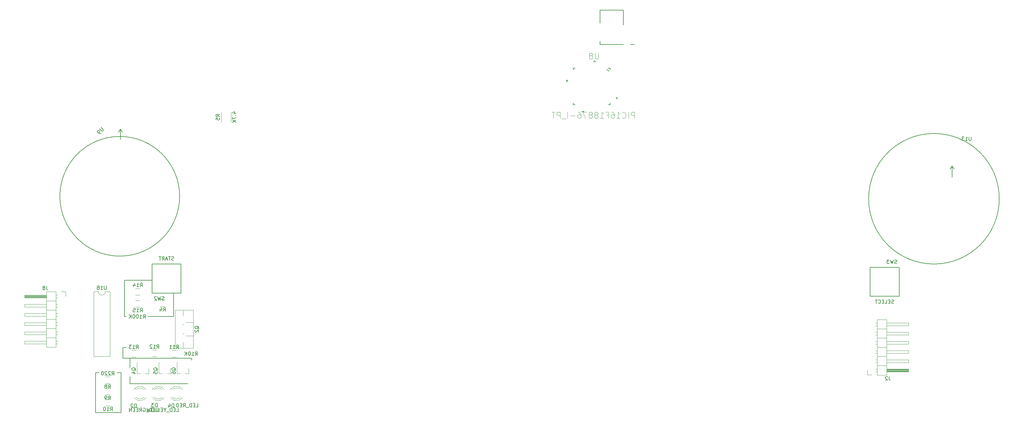
<source format=gbo>
G04 #@! TF.GenerationSoftware,KiCad,Pcbnew,(5.1.5-0-10_14)*
G04 #@! TF.CreationDate,2020-07-09T12:53:03+12:00*
G04 #@! TF.ProjectId,PS2BaseMount,50533242-6173-4654-9d6f-756e742e6b69,rev?*
G04 #@! TF.SameCoordinates,Original*
G04 #@! TF.FileFunction,Legend,Bot*
G04 #@! TF.FilePolarity,Positive*
%FSLAX46Y46*%
G04 Gerber Fmt 4.6, Leading zero omitted, Abs format (unit mm)*
G04 Created by KiCad (PCBNEW (5.1.5-0-10_14)) date 2020-07-09 12:53:03*
%MOMM*%
%LPD*%
G04 APERTURE LIST*
%ADD10C,0.150000*%
%ADD11C,0.152400*%
%ADD12C,0.120000*%
%ADD13C,0.050000*%
G04 APERTURE END LIST*
D10*
X176500000Y-41000000D02*
X176500000Y-45000000D01*
X170000000Y-41000000D02*
X176500000Y-41000000D01*
X170000000Y-44500000D02*
X170000000Y-41000000D01*
X170000000Y-50500000D02*
X170000000Y-49500000D01*
X176500000Y-50500000D02*
X170000000Y-50500000D01*
X179500000Y-50500000D02*
X178500000Y-50500000D01*
X39000000Y-115500000D02*
X46500000Y-115500000D01*
X39000000Y-125500000D02*
X39000000Y-115500000D01*
X39500000Y-125500000D02*
X39000000Y-125500000D01*
X52500000Y-125500000D02*
X52500000Y-119000000D01*
X45500000Y-125500000D02*
X52500000Y-125500000D01*
X57500000Y-137000000D02*
X57500000Y-137500000D01*
X40500000Y-144000000D02*
X56500000Y-144000000D01*
X40500000Y-142000000D02*
X40500000Y-144000000D01*
X40500000Y-137000000D02*
X40500000Y-139500000D01*
X38500000Y-134000000D02*
X39500000Y-134000000D01*
X38500000Y-137000000D02*
X38500000Y-134000000D01*
X57500000Y-137000000D02*
X38500000Y-137000000D01*
X31000000Y-141000000D02*
X32000000Y-141000000D01*
X31000000Y-152000000D02*
X31000000Y-141000000D01*
X38000000Y-152000000D02*
X31000000Y-152000000D01*
X38000000Y-141000000D02*
X38000000Y-152000000D01*
X37000000Y-141000000D02*
X38000000Y-141000000D01*
D11*
X168359600Y-55015000D02*
X168359600Y-55269000D01*
X168740600Y-55015000D02*
X168359600Y-55015000D01*
X168740600Y-55269000D02*
X168740600Y-55015000D01*
X161019000Y-60603000D02*
X161019000Y-60222000D01*
X160765000Y-60603000D02*
X161019000Y-60603000D01*
X160765000Y-60222000D02*
X160765000Y-60603000D01*
X165159200Y-68985000D02*
X165159200Y-68731000D01*
X165540200Y-68985000D02*
X165159200Y-68985000D01*
X165540200Y-68731000D02*
X165540200Y-68985000D01*
X174481000Y-65378200D02*
X174481000Y-64997200D01*
X174735000Y-65378200D02*
X174481000Y-65378200D01*
X174735000Y-64997200D02*
X174735000Y-65378200D01*
X172804600Y-66572000D02*
X172804600Y-67054600D01*
X172804600Y-56945400D02*
X172804600Y-57428000D01*
X162695400Y-56945400D02*
X163178000Y-56945400D01*
X162695400Y-67054600D02*
X162695400Y-66572000D01*
X172804600Y-67054600D02*
X172322000Y-67054600D01*
X172449000Y-57859800D02*
X171890200Y-57301000D01*
X163178000Y-67054600D02*
X162695400Y-67054600D01*
X162695400Y-57428000D02*
X162695400Y-56945400D01*
X172322000Y-56945400D02*
X172804600Y-56945400D01*
D10*
X280054000Y-93000000D02*
G75*
G03X280054000Y-93000000I-18000000J0D01*
G01*
X267054000Y-84000000D02*
X266554000Y-84750000D01*
X267054000Y-84000000D02*
X267554000Y-84750000D01*
X267054000Y-87000000D02*
X267054000Y-84000000D01*
X37853554Y-73757359D02*
X37323224Y-74641242D01*
X37853554Y-73757359D02*
X38383884Y-74641242D01*
X37853554Y-76585786D02*
X37853554Y-73757359D01*
X54176777Y-92318912D02*
G75*
G03X54176777Y-92318912I-16500000J0D01*
G01*
D12*
X246394000Y-141640000D02*
X246394000Y-126280000D01*
X246394000Y-126280000D02*
X249054000Y-126280000D01*
X249054000Y-126280000D02*
X249054000Y-141640000D01*
X249054000Y-141640000D02*
X246394000Y-141640000D01*
X249054000Y-140690000D02*
X255054000Y-140690000D01*
X255054000Y-140690000D02*
X255054000Y-139930000D01*
X255054000Y-139930000D02*
X249054000Y-139930000D01*
X249054000Y-140630000D02*
X255054000Y-140630000D01*
X249054000Y-140510000D02*
X255054000Y-140510000D01*
X249054000Y-140390000D02*
X255054000Y-140390000D01*
X249054000Y-140270000D02*
X255054000Y-140270000D01*
X249054000Y-140150000D02*
X255054000Y-140150000D01*
X249054000Y-140030000D02*
X255054000Y-140030000D01*
X246064000Y-140690000D02*
X246394000Y-140690000D01*
X246064000Y-139930000D02*
X246394000Y-139930000D01*
X246394000Y-139040000D02*
X249054000Y-139040000D01*
X249054000Y-138150000D02*
X255054000Y-138150000D01*
X255054000Y-138150000D02*
X255054000Y-137390000D01*
X255054000Y-137390000D02*
X249054000Y-137390000D01*
X245996929Y-138150000D02*
X246394000Y-138150000D01*
X245996929Y-137390000D02*
X246394000Y-137390000D01*
X246394000Y-136500000D02*
X249054000Y-136500000D01*
X249054000Y-135610000D02*
X255054000Y-135610000D01*
X255054000Y-135610000D02*
X255054000Y-134850000D01*
X255054000Y-134850000D02*
X249054000Y-134850000D01*
X245996929Y-135610000D02*
X246394000Y-135610000D01*
X245996929Y-134850000D02*
X246394000Y-134850000D01*
X246394000Y-133960000D02*
X249054000Y-133960000D01*
X249054000Y-133070000D02*
X255054000Y-133070000D01*
X255054000Y-133070000D02*
X255054000Y-132310000D01*
X255054000Y-132310000D02*
X249054000Y-132310000D01*
X245996929Y-133070000D02*
X246394000Y-133070000D01*
X245996929Y-132310000D02*
X246394000Y-132310000D01*
X246394000Y-131420000D02*
X249054000Y-131420000D01*
X249054000Y-130530000D02*
X255054000Y-130530000D01*
X255054000Y-130530000D02*
X255054000Y-129770000D01*
X255054000Y-129770000D02*
X249054000Y-129770000D01*
X245996929Y-130530000D02*
X246394000Y-130530000D01*
X245996929Y-129770000D02*
X246394000Y-129770000D01*
X246394000Y-128880000D02*
X249054000Y-128880000D01*
X249054000Y-127990000D02*
X255054000Y-127990000D01*
X255054000Y-127990000D02*
X255054000Y-127230000D01*
X255054000Y-127230000D02*
X249054000Y-127230000D01*
X245996929Y-127990000D02*
X246394000Y-127990000D01*
X245996929Y-127230000D02*
X246394000Y-127230000D01*
X243684000Y-140310000D02*
X243684000Y-141580000D01*
X243684000Y-141580000D02*
X244954000Y-141580000D01*
X57918000Y-134210000D02*
X57918000Y-123710000D01*
X52977000Y-134210000D02*
X52977000Y-123710000D01*
X57918000Y-134210000D02*
X52977000Y-134210000D01*
X57918000Y-123710000D02*
X52977000Y-123710000D01*
X55158000Y-134210000D02*
X55158000Y-132603000D01*
X55158000Y-130397000D02*
X55158000Y-130062000D01*
X55158000Y-127857000D02*
X55158000Y-127522000D01*
X55158000Y-125317000D02*
X55158000Y-123710000D01*
X57918000Y-130810000D02*
X55900000Y-130810000D01*
X57918000Y-127109000D02*
X55900000Y-127109000D01*
X48897936Y-122660000D02*
X50102064Y-122660000D01*
X48897936Y-120840000D02*
X50102064Y-120840000D01*
X65640000Y-69097936D02*
X65640000Y-71902064D01*
X68360000Y-69097936D02*
X68360000Y-71902064D01*
X20114000Y-118580000D02*
X20114000Y-133940000D01*
X20114000Y-133940000D02*
X17454000Y-133940000D01*
X17454000Y-133940000D02*
X17454000Y-118580000D01*
X17454000Y-118580000D02*
X20114000Y-118580000D01*
X17454000Y-119530000D02*
X11454000Y-119530000D01*
X11454000Y-119530000D02*
X11454000Y-120290000D01*
X11454000Y-120290000D02*
X17454000Y-120290000D01*
X17454000Y-119590000D02*
X11454000Y-119590000D01*
X17454000Y-119710000D02*
X11454000Y-119710000D01*
X17454000Y-119830000D02*
X11454000Y-119830000D01*
X17454000Y-119950000D02*
X11454000Y-119950000D01*
X17454000Y-120070000D02*
X11454000Y-120070000D01*
X17454000Y-120190000D02*
X11454000Y-120190000D01*
X20444000Y-119530000D02*
X20114000Y-119530000D01*
X20444000Y-120290000D02*
X20114000Y-120290000D01*
X20114000Y-121180000D02*
X17454000Y-121180000D01*
X17454000Y-122070000D02*
X11454000Y-122070000D01*
X11454000Y-122070000D02*
X11454000Y-122830000D01*
X11454000Y-122830000D02*
X17454000Y-122830000D01*
X20511071Y-122070000D02*
X20114000Y-122070000D01*
X20511071Y-122830000D02*
X20114000Y-122830000D01*
X20114000Y-123720000D02*
X17454000Y-123720000D01*
X17454000Y-124610000D02*
X11454000Y-124610000D01*
X11454000Y-124610000D02*
X11454000Y-125370000D01*
X11454000Y-125370000D02*
X17454000Y-125370000D01*
X20511071Y-124610000D02*
X20114000Y-124610000D01*
X20511071Y-125370000D02*
X20114000Y-125370000D01*
X20114000Y-126260000D02*
X17454000Y-126260000D01*
X17454000Y-127150000D02*
X11454000Y-127150000D01*
X11454000Y-127150000D02*
X11454000Y-127910000D01*
X11454000Y-127910000D02*
X17454000Y-127910000D01*
X20511071Y-127150000D02*
X20114000Y-127150000D01*
X20511071Y-127910000D02*
X20114000Y-127910000D01*
X20114000Y-128800000D02*
X17454000Y-128800000D01*
X17454000Y-129690000D02*
X11454000Y-129690000D01*
X11454000Y-129690000D02*
X11454000Y-130450000D01*
X11454000Y-130450000D02*
X17454000Y-130450000D01*
X20511071Y-129690000D02*
X20114000Y-129690000D01*
X20511071Y-130450000D02*
X20114000Y-130450000D01*
X20114000Y-131340000D02*
X17454000Y-131340000D01*
X17454000Y-132230000D02*
X11454000Y-132230000D01*
X11454000Y-132230000D02*
X11454000Y-132990000D01*
X11454000Y-132990000D02*
X17454000Y-132990000D01*
X20511071Y-132230000D02*
X20114000Y-132230000D01*
X20511071Y-132990000D02*
X20114000Y-132990000D01*
X22824000Y-119910000D02*
X22824000Y-118640000D01*
X22824000Y-118640000D02*
X21554000Y-118640000D01*
X31744000Y-118580000D02*
G75*
G03X33744000Y-118580000I1000000J0D01*
G01*
X33744000Y-118580000D02*
X34994000Y-118580000D01*
X34994000Y-118580000D02*
X34994000Y-136480000D01*
X34994000Y-136480000D02*
X30494000Y-136480000D01*
X30494000Y-136480000D02*
X30494000Y-118580000D01*
X30494000Y-118580000D02*
X31744000Y-118580000D01*
X41611665Y-145631392D02*
G75*
G02X44844000Y-145474484I1672335J-1078608D01*
G01*
X41611665Y-147788608D02*
G75*
G03X44844000Y-147945516I1672335J1078608D01*
G01*
X42242870Y-145630163D02*
G75*
G02X44324961Y-145630000I1041130J-1079837D01*
G01*
X42242870Y-147789837D02*
G75*
G03X44324961Y-147790000I1041130J1079837D01*
G01*
X44844000Y-145474000D02*
X44844000Y-145630000D01*
X44844000Y-147790000D02*
X44844000Y-147946000D01*
X49844000Y-147790000D02*
X49844000Y-147946000D01*
X49844000Y-145474000D02*
X49844000Y-145630000D01*
X47242870Y-147789837D02*
G75*
G03X49324961Y-147790000I1041130J1079837D01*
G01*
X47242870Y-145630163D02*
G75*
G02X49324961Y-145630000I1041130J-1079837D01*
G01*
X46611665Y-147788608D02*
G75*
G03X49844000Y-147945516I1672335J1078608D01*
G01*
X46611665Y-145631392D02*
G75*
G02X49844000Y-145474484I1672335J-1078608D01*
G01*
X51611665Y-145631392D02*
G75*
G02X54844000Y-145474484I1672335J-1078608D01*
G01*
X51611665Y-147788608D02*
G75*
G03X54844000Y-147945516I1672335J1078608D01*
G01*
X52242870Y-145630163D02*
G75*
G02X54324961Y-145630000I1041130J-1079837D01*
G01*
X52242870Y-147789837D02*
G75*
G03X54324961Y-147790000I1041130J1079837D01*
G01*
X54844000Y-145474000D02*
X54844000Y-145630000D01*
X54844000Y-147790000D02*
X54844000Y-147946000D01*
X33751936Y-143920000D02*
X34956064Y-143920000D01*
X33751936Y-142100000D02*
X34956064Y-142100000D01*
X33751936Y-147020000D02*
X34956064Y-147020000D01*
X33751936Y-145200000D02*
X34956064Y-145200000D01*
X33839436Y-150120000D02*
X35043564Y-150120000D01*
X33839436Y-148300000D02*
X35043564Y-148300000D01*
X53256064Y-136620000D02*
X52051936Y-136620000D01*
X53256064Y-134800000D02*
X52051936Y-134800000D01*
X47856064Y-136520000D02*
X46651936Y-136520000D01*
X47856064Y-134700000D02*
X46651936Y-134700000D01*
X42156064Y-136620000D02*
X40951936Y-136620000D01*
X42156064Y-134800000D02*
X40951936Y-134800000D01*
X43231063Y-119565001D02*
X42026935Y-119565001D01*
X43231063Y-117745001D02*
X42026935Y-117745001D01*
X42026935Y-122855001D02*
X43231063Y-122855001D01*
X42026935Y-121035001D02*
X43231063Y-121035001D01*
D10*
X54554000Y-119000000D02*
X54554000Y-111000000D01*
X46554000Y-119000000D02*
X54554000Y-119000000D01*
X46554000Y-111000000D02*
X46554000Y-119000000D01*
X54554000Y-111000000D02*
X46554000Y-111000000D01*
X244454000Y-119910000D02*
X252454000Y-119910000D01*
X252454000Y-119910000D02*
X252454000Y-111910000D01*
X252454000Y-111910000D02*
X244454000Y-111910000D01*
X244454000Y-111910000D02*
X244454000Y-119910000D01*
D12*
X45634000Y-141220000D02*
X45634000Y-139760000D01*
X42474000Y-141220000D02*
X42474000Y-138060000D01*
X42474000Y-141220000D02*
X43404000Y-141220000D01*
X45634000Y-141220000D02*
X44704000Y-141220000D01*
X51634000Y-141220000D02*
X51634000Y-139760000D01*
X48474000Y-141220000D02*
X48474000Y-138060000D01*
X48474000Y-141220000D02*
X49404000Y-141220000D01*
X51634000Y-141220000D02*
X50704000Y-141220000D01*
X56634000Y-141220000D02*
X55704000Y-141220000D01*
X53474000Y-141220000D02*
X54404000Y-141220000D01*
X53474000Y-141220000D02*
X53474000Y-138060000D01*
X56634000Y-141220000D02*
X56634000Y-139760000D01*
D13*
X169609123Y-52821504D02*
X169609123Y-54149123D01*
X169531028Y-54305314D01*
X169452933Y-54383409D01*
X169296742Y-54461504D01*
X168984361Y-54461504D01*
X168828171Y-54383409D01*
X168750076Y-54305314D01*
X168671980Y-54149123D01*
X168671980Y-52821504D01*
X167656742Y-53524361D02*
X167812933Y-53446266D01*
X167891028Y-53368171D01*
X167969123Y-53211980D01*
X167969123Y-53133885D01*
X167891028Y-52977695D01*
X167812933Y-52899600D01*
X167656742Y-52821504D01*
X167344361Y-52821504D01*
X167188171Y-52899600D01*
X167110076Y-52977695D01*
X167031980Y-53133885D01*
X167031980Y-53211980D01*
X167110076Y-53368171D01*
X167188171Y-53446266D01*
X167344361Y-53524361D01*
X167656742Y-53524361D01*
X167812933Y-53602457D01*
X167891028Y-53680552D01*
X167969123Y-53836742D01*
X167969123Y-54149123D01*
X167891028Y-54305314D01*
X167812933Y-54383409D01*
X167656742Y-54461504D01*
X167344361Y-54461504D01*
X167188171Y-54383409D01*
X167110076Y-54305314D01*
X167031980Y-54149123D01*
X167031980Y-53836742D01*
X167110076Y-53680552D01*
X167188171Y-53602457D01*
X167344361Y-53524361D01*
X179517361Y-70768304D02*
X179517361Y-69128304D01*
X178892600Y-69128304D01*
X178736409Y-69206400D01*
X178658314Y-69284495D01*
X178580219Y-69440685D01*
X178580219Y-69674971D01*
X178658314Y-69831161D01*
X178736409Y-69909257D01*
X178892600Y-69987352D01*
X179517361Y-69987352D01*
X177877361Y-70768304D02*
X177877361Y-69128304D01*
X176159266Y-70612114D02*
X176237361Y-70690209D01*
X176471647Y-70768304D01*
X176627838Y-70768304D01*
X176862123Y-70690209D01*
X177018314Y-70534019D01*
X177096409Y-70377828D01*
X177174504Y-70065447D01*
X177174504Y-69831161D01*
X177096409Y-69518780D01*
X177018314Y-69362590D01*
X176862123Y-69206400D01*
X176627838Y-69128304D01*
X176471647Y-69128304D01*
X176237361Y-69206400D01*
X176159266Y-69284495D01*
X174597361Y-70768304D02*
X175534504Y-70768304D01*
X175065933Y-70768304D02*
X175065933Y-69128304D01*
X175222123Y-69362590D01*
X175378314Y-69518780D01*
X175534504Y-69596876D01*
X173191647Y-69128304D02*
X173504028Y-69128304D01*
X173660219Y-69206400D01*
X173738314Y-69284495D01*
X173894504Y-69518780D01*
X173972600Y-69831161D01*
X173972600Y-70455923D01*
X173894504Y-70612114D01*
X173816409Y-70690209D01*
X173660219Y-70768304D01*
X173347838Y-70768304D01*
X173191647Y-70690209D01*
X173113552Y-70612114D01*
X173035457Y-70455923D01*
X173035457Y-70065447D01*
X173113552Y-69909257D01*
X173191647Y-69831161D01*
X173347838Y-69753066D01*
X173660219Y-69753066D01*
X173816409Y-69831161D01*
X173894504Y-69909257D01*
X173972600Y-70065447D01*
X171785933Y-69909257D02*
X172332600Y-69909257D01*
X172332600Y-70768304D02*
X172332600Y-69128304D01*
X171551647Y-69128304D01*
X170067838Y-70768304D02*
X171004980Y-70768304D01*
X170536409Y-70768304D02*
X170536409Y-69128304D01*
X170692600Y-69362590D01*
X170848790Y-69518780D01*
X171004980Y-69596876D01*
X169130695Y-69831161D02*
X169286885Y-69753066D01*
X169364980Y-69674971D01*
X169443076Y-69518780D01*
X169443076Y-69440685D01*
X169364980Y-69284495D01*
X169286885Y-69206400D01*
X169130695Y-69128304D01*
X168818314Y-69128304D01*
X168662123Y-69206400D01*
X168584028Y-69284495D01*
X168505933Y-69440685D01*
X168505933Y-69518780D01*
X168584028Y-69674971D01*
X168662123Y-69753066D01*
X168818314Y-69831161D01*
X169130695Y-69831161D01*
X169286885Y-69909257D01*
X169364980Y-69987352D01*
X169443076Y-70143542D01*
X169443076Y-70455923D01*
X169364980Y-70612114D01*
X169286885Y-70690209D01*
X169130695Y-70768304D01*
X168818314Y-70768304D01*
X168662123Y-70690209D01*
X168584028Y-70612114D01*
X168505933Y-70455923D01*
X168505933Y-70143542D01*
X168584028Y-69987352D01*
X168662123Y-69909257D01*
X168818314Y-69831161D01*
X167568790Y-69831161D02*
X167724980Y-69753066D01*
X167803076Y-69674971D01*
X167881171Y-69518780D01*
X167881171Y-69440685D01*
X167803076Y-69284495D01*
X167724980Y-69206400D01*
X167568790Y-69128304D01*
X167256409Y-69128304D01*
X167100219Y-69206400D01*
X167022123Y-69284495D01*
X166944028Y-69440685D01*
X166944028Y-69518780D01*
X167022123Y-69674971D01*
X167100219Y-69753066D01*
X167256409Y-69831161D01*
X167568790Y-69831161D01*
X167724980Y-69909257D01*
X167803076Y-69987352D01*
X167881171Y-70143542D01*
X167881171Y-70455923D01*
X167803076Y-70612114D01*
X167724980Y-70690209D01*
X167568790Y-70768304D01*
X167256409Y-70768304D01*
X167100219Y-70690209D01*
X167022123Y-70612114D01*
X166944028Y-70455923D01*
X166944028Y-70143542D01*
X167022123Y-69987352D01*
X167100219Y-69909257D01*
X167256409Y-69831161D01*
X166397361Y-69128304D02*
X165304028Y-69128304D01*
X166006885Y-70768304D01*
X163976409Y-69128304D02*
X164288790Y-69128304D01*
X164444980Y-69206400D01*
X164523076Y-69284495D01*
X164679266Y-69518780D01*
X164757361Y-69831161D01*
X164757361Y-70455923D01*
X164679266Y-70612114D01*
X164601171Y-70690209D01*
X164444980Y-70768304D01*
X164132600Y-70768304D01*
X163976409Y-70690209D01*
X163898314Y-70612114D01*
X163820219Y-70455923D01*
X163820219Y-70065447D01*
X163898314Y-69909257D01*
X163976409Y-69831161D01*
X164132600Y-69753066D01*
X164444980Y-69753066D01*
X164601171Y-69831161D01*
X164679266Y-69909257D01*
X164757361Y-70065447D01*
X163117361Y-70143542D02*
X161867838Y-70143542D01*
X161086885Y-70768304D02*
X161086885Y-69128304D01*
X160696409Y-70924495D02*
X159446885Y-70924495D01*
X159056409Y-70768304D02*
X159056409Y-69128304D01*
X158431647Y-69128304D01*
X158275457Y-69206400D01*
X158197361Y-69284495D01*
X158119266Y-69440685D01*
X158119266Y-69674971D01*
X158197361Y-69831161D01*
X158275457Y-69909257D01*
X158431647Y-69987352D01*
X159056409Y-69987352D01*
X157650695Y-69128304D02*
X156713552Y-69128304D01*
X157182123Y-70768304D02*
X157182123Y-69128304D01*
D10*
X272292095Y-75952380D02*
X272292095Y-76761904D01*
X272244476Y-76857142D01*
X272196857Y-76904761D01*
X272101619Y-76952380D01*
X271911142Y-76952380D01*
X271815904Y-76904761D01*
X271768285Y-76857142D01*
X271720666Y-76761904D01*
X271720666Y-75952380D01*
X270720666Y-76952380D02*
X271292095Y-76952380D01*
X271006380Y-76952380D02*
X271006380Y-75952380D01*
X271101619Y-76095238D01*
X271196857Y-76190476D01*
X271292095Y-76238095D01*
X270387333Y-75952380D02*
X269768285Y-75952380D01*
X270101619Y-76333333D01*
X269958761Y-76333333D01*
X269863523Y-76380952D01*
X269815904Y-76428571D01*
X269768285Y-76523809D01*
X269768285Y-76761904D01*
X269815904Y-76857142D01*
X269863523Y-76904761D01*
X269958761Y-76952380D01*
X270244476Y-76952380D01*
X270339714Y-76904761D01*
X270387333Y-76857142D01*
X32524998Y-73361715D02*
X33097418Y-73934135D01*
X33131090Y-74035150D01*
X33131090Y-74102494D01*
X33097418Y-74203509D01*
X32962731Y-74338196D01*
X32861716Y-74371868D01*
X32794372Y-74371868D01*
X32693357Y-74338196D01*
X32120937Y-73765776D01*
X32457655Y-74843272D02*
X32322968Y-74977959D01*
X32221953Y-75011631D01*
X32154609Y-75011631D01*
X31986250Y-74977959D01*
X31817892Y-74876944D01*
X31548518Y-74607570D01*
X31514846Y-74506555D01*
X31514846Y-74439211D01*
X31548518Y-74338196D01*
X31683205Y-74203509D01*
X31784220Y-74169837D01*
X31851563Y-74169837D01*
X31952579Y-74203509D01*
X32120937Y-74371868D01*
X32154609Y-74472883D01*
X32154609Y-74540227D01*
X32120937Y-74641242D01*
X31986250Y-74775929D01*
X31885235Y-74809601D01*
X31817892Y-74809601D01*
X31716876Y-74775929D01*
X249672333Y-142032380D02*
X249672333Y-142746666D01*
X249719952Y-142889523D01*
X249815190Y-142984761D01*
X249958047Y-143032380D01*
X250053285Y-143032380D01*
X249243761Y-142127619D02*
X249196142Y-142080000D01*
X249100904Y-142032380D01*
X248862809Y-142032380D01*
X248767571Y-142080000D01*
X248719952Y-142127619D01*
X248672333Y-142222857D01*
X248672333Y-142318095D01*
X248719952Y-142460952D01*
X249291380Y-143032380D01*
X248672333Y-143032380D01*
X59465119Y-128864761D02*
X59417500Y-128769523D01*
X59322261Y-128674285D01*
X59179404Y-128531428D01*
X59131785Y-128436190D01*
X59131785Y-128340952D01*
X59369880Y-128388571D02*
X59322261Y-128293333D01*
X59227023Y-128198095D01*
X59036547Y-128150476D01*
X58703214Y-128150476D01*
X58512738Y-128198095D01*
X58417500Y-128293333D01*
X58369880Y-128388571D01*
X58369880Y-128579047D01*
X58417500Y-128674285D01*
X58512738Y-128769523D01*
X58703214Y-128817142D01*
X59036547Y-128817142D01*
X59227023Y-128769523D01*
X59322261Y-128674285D01*
X59369880Y-128579047D01*
X59369880Y-128388571D01*
X58465119Y-129198095D02*
X58417500Y-129245714D01*
X58369880Y-129340952D01*
X58369880Y-129579047D01*
X58417500Y-129674285D01*
X58465119Y-129721904D01*
X58560357Y-129769523D01*
X58655595Y-129769523D01*
X58798452Y-129721904D01*
X59369880Y-129150476D01*
X59369880Y-129769523D01*
X49666666Y-124022380D02*
X50000000Y-123546190D01*
X50238095Y-124022380D02*
X50238095Y-123022380D01*
X49857142Y-123022380D01*
X49761904Y-123070000D01*
X49714285Y-123117619D01*
X49666666Y-123212857D01*
X49666666Y-123355714D01*
X49714285Y-123450952D01*
X49761904Y-123498571D01*
X49857142Y-123546190D01*
X50238095Y-123546190D01*
X48809523Y-123355714D02*
X48809523Y-124022380D01*
X49047619Y-122974761D02*
X49285714Y-123689047D01*
X48666666Y-123689047D01*
X65172380Y-70333333D02*
X64696190Y-70000000D01*
X65172380Y-69761904D02*
X64172380Y-69761904D01*
X64172380Y-70142857D01*
X64220000Y-70238095D01*
X64267619Y-70285714D01*
X64362857Y-70333333D01*
X64505714Y-70333333D01*
X64600952Y-70285714D01*
X64648571Y-70238095D01*
X64696190Y-70142857D01*
X64696190Y-69761904D01*
X64172380Y-71238095D02*
X64172380Y-70761904D01*
X64648571Y-70714285D01*
X64600952Y-70761904D01*
X64553333Y-70857142D01*
X64553333Y-71095238D01*
X64600952Y-71190476D01*
X64648571Y-71238095D01*
X64743809Y-71285714D01*
X64981904Y-71285714D01*
X65077142Y-71238095D01*
X65124761Y-71190476D01*
X65172380Y-71095238D01*
X65172380Y-70857142D01*
X65124761Y-70761904D01*
X65077142Y-70714285D01*
X69065714Y-69476190D02*
X69732380Y-69476190D01*
X68684761Y-69238095D02*
X69399047Y-69000000D01*
X69399047Y-69619047D01*
X69637142Y-70000000D02*
X69684761Y-70047619D01*
X69732380Y-70000000D01*
X69684761Y-69952380D01*
X69637142Y-70000000D01*
X69732380Y-70000000D01*
X68732380Y-70380952D02*
X68732380Y-71047619D01*
X69732380Y-70619047D01*
X69732380Y-71428571D02*
X68732380Y-71428571D01*
X69732380Y-72000000D02*
X69160952Y-71571428D01*
X68732380Y-72000000D02*
X69303809Y-71428571D01*
X17502333Y-117092380D02*
X17502333Y-117806666D01*
X17549952Y-117949523D01*
X17645190Y-118044761D01*
X17788047Y-118092380D01*
X17883285Y-118092380D01*
X16883285Y-117520952D02*
X16978523Y-117473333D01*
X17026142Y-117425714D01*
X17073761Y-117330476D01*
X17073761Y-117282857D01*
X17026142Y-117187619D01*
X16978523Y-117140000D01*
X16883285Y-117092380D01*
X16692809Y-117092380D01*
X16597571Y-117140000D01*
X16549952Y-117187619D01*
X16502333Y-117282857D01*
X16502333Y-117330476D01*
X16549952Y-117425714D01*
X16597571Y-117473333D01*
X16692809Y-117520952D01*
X16883285Y-117520952D01*
X16978523Y-117568571D01*
X17026142Y-117616190D01*
X17073761Y-117711428D01*
X17073761Y-117901904D01*
X17026142Y-117997142D01*
X16978523Y-118044761D01*
X16883285Y-118092380D01*
X16692809Y-118092380D01*
X16597571Y-118044761D01*
X16549952Y-117997142D01*
X16502333Y-117901904D01*
X16502333Y-117711428D01*
X16549952Y-117616190D01*
X16597571Y-117568571D01*
X16692809Y-117520952D01*
X33982095Y-117032380D02*
X33982095Y-117841904D01*
X33934476Y-117937142D01*
X33886857Y-117984761D01*
X33791619Y-118032380D01*
X33601142Y-118032380D01*
X33505904Y-117984761D01*
X33458285Y-117937142D01*
X33410666Y-117841904D01*
X33410666Y-117032380D01*
X32410666Y-118032380D02*
X32982095Y-118032380D01*
X32696380Y-118032380D02*
X32696380Y-117032380D01*
X32791619Y-117175238D01*
X32886857Y-117270476D01*
X32982095Y-117318095D01*
X31839238Y-117460952D02*
X31934476Y-117413333D01*
X31982095Y-117365714D01*
X32029714Y-117270476D01*
X32029714Y-117222857D01*
X31982095Y-117127619D01*
X31934476Y-117080000D01*
X31839238Y-117032380D01*
X31648761Y-117032380D01*
X31553523Y-117080000D01*
X31505904Y-117127619D01*
X31458285Y-117222857D01*
X31458285Y-117270476D01*
X31505904Y-117365714D01*
X31553523Y-117413333D01*
X31648761Y-117460952D01*
X31839238Y-117460952D01*
X31934476Y-117508571D01*
X31982095Y-117556190D01*
X32029714Y-117651428D01*
X32029714Y-117841904D01*
X31982095Y-117937142D01*
X31934476Y-117984761D01*
X31839238Y-118032380D01*
X31648761Y-118032380D01*
X31553523Y-117984761D01*
X31505904Y-117937142D01*
X31458285Y-117841904D01*
X31458285Y-117651428D01*
X31505904Y-117556190D01*
X31553523Y-117508571D01*
X31648761Y-117460952D01*
X42238095Y-150577380D02*
X42238095Y-149577380D01*
X42000000Y-149577380D01*
X41857142Y-149625000D01*
X41761904Y-149720238D01*
X41714285Y-149815476D01*
X41666666Y-150005952D01*
X41666666Y-150148809D01*
X41714285Y-150339285D01*
X41761904Y-150434523D01*
X41857142Y-150529761D01*
X42000000Y-150577380D01*
X42238095Y-150577380D01*
X41285714Y-149672619D02*
X41238095Y-149625000D01*
X41142857Y-149577380D01*
X40904761Y-149577380D01*
X40809523Y-149625000D01*
X40761904Y-149672619D01*
X40714285Y-149767857D01*
X40714285Y-149863095D01*
X40761904Y-150005952D01*
X41333333Y-150577380D01*
X40714285Y-150577380D01*
X47702380Y-151702380D02*
X48178571Y-151702380D01*
X48178571Y-150702380D01*
X47369047Y-151178571D02*
X47035714Y-151178571D01*
X46892857Y-151702380D02*
X47369047Y-151702380D01*
X47369047Y-150702380D01*
X46892857Y-150702380D01*
X46464285Y-151702380D02*
X46464285Y-150702380D01*
X46226190Y-150702380D01*
X46083333Y-150750000D01*
X45988095Y-150845238D01*
X45940476Y-150940476D01*
X45892857Y-151130952D01*
X45892857Y-151273809D01*
X45940476Y-151464285D01*
X45988095Y-151559523D01*
X46083333Y-151654761D01*
X46226190Y-151702380D01*
X46464285Y-151702380D01*
X45702380Y-151797619D02*
X44940476Y-151797619D01*
X44178571Y-150750000D02*
X44273809Y-150702380D01*
X44416666Y-150702380D01*
X44559523Y-150750000D01*
X44654761Y-150845238D01*
X44702380Y-150940476D01*
X44750000Y-151130952D01*
X44750000Y-151273809D01*
X44702380Y-151464285D01*
X44654761Y-151559523D01*
X44559523Y-151654761D01*
X44416666Y-151702380D01*
X44321428Y-151702380D01*
X44178571Y-151654761D01*
X44130952Y-151607142D01*
X44130952Y-151273809D01*
X44321428Y-151273809D01*
X43130952Y-151702380D02*
X43464285Y-151226190D01*
X43702380Y-151702380D02*
X43702380Y-150702380D01*
X43321428Y-150702380D01*
X43226190Y-150750000D01*
X43178571Y-150797619D01*
X43130952Y-150892857D01*
X43130952Y-151035714D01*
X43178571Y-151130952D01*
X43226190Y-151178571D01*
X43321428Y-151226190D01*
X43702380Y-151226190D01*
X42702380Y-151178571D02*
X42369047Y-151178571D01*
X42226190Y-151702380D02*
X42702380Y-151702380D01*
X42702380Y-150702380D01*
X42226190Y-150702380D01*
X41797619Y-151178571D02*
X41464285Y-151178571D01*
X41321428Y-151702380D02*
X41797619Y-151702380D01*
X41797619Y-150702380D01*
X41321428Y-150702380D01*
X40892857Y-151702380D02*
X40892857Y-150702380D01*
X40321428Y-151702380D01*
X40321428Y-150702380D01*
X47988095Y-150427380D02*
X47988095Y-149427380D01*
X47750000Y-149427380D01*
X47607142Y-149475000D01*
X47511904Y-149570238D01*
X47464285Y-149665476D01*
X47416666Y-149855952D01*
X47416666Y-149998809D01*
X47464285Y-150189285D01*
X47511904Y-150284523D01*
X47607142Y-150379761D01*
X47750000Y-150427380D01*
X47988095Y-150427380D01*
X47083333Y-149427380D02*
X46464285Y-149427380D01*
X46797619Y-149808333D01*
X46654761Y-149808333D01*
X46559523Y-149855952D01*
X46511904Y-149903571D01*
X46464285Y-149998809D01*
X46464285Y-150236904D01*
X46511904Y-150332142D01*
X46559523Y-150379761D01*
X46654761Y-150427380D01*
X46940476Y-150427380D01*
X47035714Y-150379761D01*
X47083333Y-150332142D01*
X53309523Y-151702380D02*
X53785714Y-151702380D01*
X53785714Y-150702380D01*
X52976190Y-151178571D02*
X52642857Y-151178571D01*
X52500000Y-151702380D02*
X52976190Y-151702380D01*
X52976190Y-150702380D01*
X52500000Y-150702380D01*
X52071428Y-151702380D02*
X52071428Y-150702380D01*
X51833333Y-150702380D01*
X51690476Y-150750000D01*
X51595238Y-150845238D01*
X51547619Y-150940476D01*
X51500000Y-151130952D01*
X51500000Y-151273809D01*
X51547619Y-151464285D01*
X51595238Y-151559523D01*
X51690476Y-151654761D01*
X51833333Y-151702380D01*
X52071428Y-151702380D01*
X51309523Y-151797619D02*
X50547619Y-151797619D01*
X50119047Y-151226190D02*
X50119047Y-151702380D01*
X50452380Y-150702380D02*
X50119047Y-151226190D01*
X49785714Y-150702380D01*
X49452380Y-151178571D02*
X49119047Y-151178571D01*
X48976190Y-151702380D02*
X49452380Y-151702380D01*
X49452380Y-150702380D01*
X48976190Y-150702380D01*
X48071428Y-151702380D02*
X48547619Y-151702380D01*
X48547619Y-150702380D01*
X47261904Y-151702380D02*
X47738095Y-151702380D01*
X47738095Y-150702380D01*
X46738095Y-150702380D02*
X46547619Y-150702380D01*
X46452380Y-150750000D01*
X46357142Y-150845238D01*
X46309523Y-151035714D01*
X46309523Y-151369047D01*
X46357142Y-151559523D01*
X46452380Y-151654761D01*
X46547619Y-151702380D01*
X46738095Y-151702380D01*
X46833333Y-151654761D01*
X46928571Y-151559523D01*
X46976190Y-151369047D01*
X46976190Y-151035714D01*
X46928571Y-150845238D01*
X46833333Y-150750000D01*
X46738095Y-150702380D01*
X45976190Y-150702380D02*
X45738095Y-151702380D01*
X45547619Y-150988095D01*
X45357142Y-151702380D01*
X45119047Y-150702380D01*
X52588095Y-150502380D02*
X52588095Y-149502380D01*
X52350000Y-149502380D01*
X52207142Y-149550000D01*
X52111904Y-149645238D01*
X52064285Y-149740476D01*
X52016666Y-149930952D01*
X52016666Y-150073809D01*
X52064285Y-150264285D01*
X52111904Y-150359523D01*
X52207142Y-150454761D01*
X52350000Y-150502380D01*
X52588095Y-150502380D01*
X51159523Y-149835714D02*
X51159523Y-150502380D01*
X51397619Y-149454761D02*
X51635714Y-150169047D01*
X51016666Y-150169047D01*
X58726190Y-150452380D02*
X59202380Y-150452380D01*
X59202380Y-149452380D01*
X58392857Y-149928571D02*
X58059523Y-149928571D01*
X57916666Y-150452380D02*
X58392857Y-150452380D01*
X58392857Y-149452380D01*
X57916666Y-149452380D01*
X57488095Y-150452380D02*
X57488095Y-149452380D01*
X57250000Y-149452380D01*
X57107142Y-149500000D01*
X57011904Y-149595238D01*
X56964285Y-149690476D01*
X56916666Y-149880952D01*
X56916666Y-150023809D01*
X56964285Y-150214285D01*
X57011904Y-150309523D01*
X57107142Y-150404761D01*
X57250000Y-150452380D01*
X57488095Y-150452380D01*
X56726190Y-150547619D02*
X55964285Y-150547619D01*
X55154761Y-150452380D02*
X55488095Y-149976190D01*
X55726190Y-150452380D02*
X55726190Y-149452380D01*
X55345238Y-149452380D01*
X55250000Y-149500000D01*
X55202380Y-149547619D01*
X55154761Y-149642857D01*
X55154761Y-149785714D01*
X55202380Y-149880952D01*
X55250000Y-149928571D01*
X55345238Y-149976190D01*
X55726190Y-149976190D01*
X54726190Y-149928571D02*
X54392857Y-149928571D01*
X54250000Y-150452380D02*
X54726190Y-150452380D01*
X54726190Y-149452380D01*
X54250000Y-149452380D01*
X53821428Y-150452380D02*
X53821428Y-149452380D01*
X53583333Y-149452380D01*
X53440476Y-149500000D01*
X53345238Y-149595238D01*
X53297619Y-149690476D01*
X53250000Y-149880952D01*
X53250000Y-150023809D01*
X53297619Y-150214285D01*
X53345238Y-150309523D01*
X53440476Y-150404761D01*
X53583333Y-150452380D01*
X53821428Y-150452380D01*
X34520666Y-145282380D02*
X34854000Y-144806190D01*
X35092095Y-145282380D02*
X35092095Y-144282380D01*
X34711142Y-144282380D01*
X34615904Y-144330000D01*
X34568285Y-144377619D01*
X34520666Y-144472857D01*
X34520666Y-144615714D01*
X34568285Y-144710952D01*
X34615904Y-144758571D01*
X34711142Y-144806190D01*
X35092095Y-144806190D01*
X33949238Y-144710952D02*
X34044476Y-144663333D01*
X34092095Y-144615714D01*
X34139714Y-144520476D01*
X34139714Y-144472857D01*
X34092095Y-144377619D01*
X34044476Y-144330000D01*
X33949238Y-144282380D01*
X33758761Y-144282380D01*
X33663523Y-144330000D01*
X33615904Y-144377619D01*
X33568285Y-144472857D01*
X33568285Y-144520476D01*
X33615904Y-144615714D01*
X33663523Y-144663333D01*
X33758761Y-144710952D01*
X33949238Y-144710952D01*
X34044476Y-144758571D01*
X34092095Y-144806190D01*
X34139714Y-144901428D01*
X34139714Y-145091904D01*
X34092095Y-145187142D01*
X34044476Y-145234761D01*
X33949238Y-145282380D01*
X33758761Y-145282380D01*
X33663523Y-145234761D01*
X33615904Y-145187142D01*
X33568285Y-145091904D01*
X33568285Y-144901428D01*
X33615904Y-144806190D01*
X33663523Y-144758571D01*
X33758761Y-144710952D01*
X35473047Y-141642380D02*
X35806380Y-141166190D01*
X36044476Y-141642380D02*
X36044476Y-140642380D01*
X35663523Y-140642380D01*
X35568285Y-140690000D01*
X35520666Y-140737619D01*
X35473047Y-140832857D01*
X35473047Y-140975714D01*
X35520666Y-141070952D01*
X35568285Y-141118571D01*
X35663523Y-141166190D01*
X36044476Y-141166190D01*
X35092095Y-140737619D02*
X35044476Y-140690000D01*
X34949238Y-140642380D01*
X34711142Y-140642380D01*
X34615904Y-140690000D01*
X34568285Y-140737619D01*
X34520666Y-140832857D01*
X34520666Y-140928095D01*
X34568285Y-141070952D01*
X35139714Y-141642380D01*
X34520666Y-141642380D01*
X34139714Y-140737619D02*
X34092095Y-140690000D01*
X33996857Y-140642380D01*
X33758761Y-140642380D01*
X33663523Y-140690000D01*
X33615904Y-140737619D01*
X33568285Y-140832857D01*
X33568285Y-140928095D01*
X33615904Y-141070952D01*
X34187333Y-141642380D01*
X33568285Y-141642380D01*
X32949238Y-140642380D02*
X32854000Y-140642380D01*
X32758761Y-140690000D01*
X32711142Y-140737619D01*
X32663523Y-140832857D01*
X32615904Y-141023333D01*
X32615904Y-141261428D01*
X32663523Y-141451904D01*
X32711142Y-141547142D01*
X32758761Y-141594761D01*
X32854000Y-141642380D01*
X32949238Y-141642380D01*
X33044476Y-141594761D01*
X33092095Y-141547142D01*
X33139714Y-141451904D01*
X33187333Y-141261428D01*
X33187333Y-141023333D01*
X33139714Y-140832857D01*
X33092095Y-140737619D01*
X33044476Y-140690000D01*
X32949238Y-140642380D01*
X34520666Y-148382380D02*
X34854000Y-147906190D01*
X35092095Y-148382380D02*
X35092095Y-147382380D01*
X34711142Y-147382380D01*
X34615904Y-147430000D01*
X34568285Y-147477619D01*
X34520666Y-147572857D01*
X34520666Y-147715714D01*
X34568285Y-147810952D01*
X34615904Y-147858571D01*
X34711142Y-147906190D01*
X35092095Y-147906190D01*
X34044476Y-148382380D02*
X33854000Y-148382380D01*
X33758761Y-148334761D01*
X33711142Y-148287142D01*
X33615904Y-148144285D01*
X33568285Y-147953809D01*
X33568285Y-147572857D01*
X33615904Y-147477619D01*
X33663523Y-147430000D01*
X33758761Y-147382380D01*
X33949238Y-147382380D01*
X34044476Y-147430000D01*
X34092095Y-147477619D01*
X34139714Y-147572857D01*
X34139714Y-147810952D01*
X34092095Y-147906190D01*
X34044476Y-147953809D01*
X33949238Y-148001428D01*
X33758761Y-148001428D01*
X33663523Y-147953809D01*
X33615904Y-147906190D01*
X33568285Y-147810952D01*
X35084357Y-151482380D02*
X35417690Y-151006190D01*
X35655785Y-151482380D02*
X35655785Y-150482380D01*
X35274833Y-150482380D01*
X35179595Y-150530000D01*
X35131976Y-150577619D01*
X35084357Y-150672857D01*
X35084357Y-150815714D01*
X35131976Y-150910952D01*
X35179595Y-150958571D01*
X35274833Y-151006190D01*
X35655785Y-151006190D01*
X34131976Y-151482380D02*
X34703404Y-151482380D01*
X34417690Y-151482380D02*
X34417690Y-150482380D01*
X34512928Y-150625238D01*
X34608166Y-150720476D01*
X34703404Y-150768095D01*
X33512928Y-150482380D02*
X33417690Y-150482380D01*
X33322452Y-150530000D01*
X33274833Y-150577619D01*
X33227214Y-150672857D01*
X33179595Y-150863333D01*
X33179595Y-151101428D01*
X33227214Y-151291904D01*
X33274833Y-151387142D01*
X33322452Y-151434761D01*
X33417690Y-151482380D01*
X33512928Y-151482380D01*
X33608166Y-151434761D01*
X33655785Y-151387142D01*
X33703404Y-151291904D01*
X33751023Y-151101428D01*
X33751023Y-150863333D01*
X33703404Y-150672857D01*
X33655785Y-150577619D01*
X33608166Y-150530000D01*
X33512928Y-150482380D01*
X53296857Y-134342380D02*
X53630190Y-133866190D01*
X53868285Y-134342380D02*
X53868285Y-133342380D01*
X53487333Y-133342380D01*
X53392095Y-133390000D01*
X53344476Y-133437619D01*
X53296857Y-133532857D01*
X53296857Y-133675714D01*
X53344476Y-133770952D01*
X53392095Y-133818571D01*
X53487333Y-133866190D01*
X53868285Y-133866190D01*
X52344476Y-134342380D02*
X52915904Y-134342380D01*
X52630190Y-134342380D02*
X52630190Y-133342380D01*
X52725428Y-133485238D01*
X52820666Y-133580476D01*
X52915904Y-133628095D01*
X51392095Y-134342380D02*
X51963523Y-134342380D01*
X51677809Y-134342380D02*
X51677809Y-133342380D01*
X51773047Y-133485238D01*
X51868285Y-133580476D01*
X51963523Y-133628095D01*
X58492857Y-136202380D02*
X58826190Y-135726190D01*
X59064285Y-136202380D02*
X59064285Y-135202380D01*
X58683333Y-135202380D01*
X58588095Y-135250000D01*
X58540476Y-135297619D01*
X58492857Y-135392857D01*
X58492857Y-135535714D01*
X58540476Y-135630952D01*
X58588095Y-135678571D01*
X58683333Y-135726190D01*
X59064285Y-135726190D01*
X57540476Y-136202380D02*
X58111904Y-136202380D01*
X57826190Y-136202380D02*
X57826190Y-135202380D01*
X57921428Y-135345238D01*
X58016666Y-135440476D01*
X58111904Y-135488095D01*
X56921428Y-135202380D02*
X56826190Y-135202380D01*
X56730952Y-135250000D01*
X56683333Y-135297619D01*
X56635714Y-135392857D01*
X56588095Y-135583333D01*
X56588095Y-135821428D01*
X56635714Y-136011904D01*
X56683333Y-136107142D01*
X56730952Y-136154761D01*
X56826190Y-136202380D01*
X56921428Y-136202380D01*
X57016666Y-136154761D01*
X57064285Y-136107142D01*
X57111904Y-136011904D01*
X57159523Y-135821428D01*
X57159523Y-135583333D01*
X57111904Y-135392857D01*
X57064285Y-135297619D01*
X57016666Y-135250000D01*
X56921428Y-135202380D01*
X56159523Y-136202380D02*
X56159523Y-135202380D01*
X55588095Y-136202380D02*
X56016666Y-135630952D01*
X55588095Y-135202380D02*
X56159523Y-135773809D01*
X47896857Y-134242380D02*
X48230190Y-133766190D01*
X48468285Y-134242380D02*
X48468285Y-133242380D01*
X48087333Y-133242380D01*
X47992095Y-133290000D01*
X47944476Y-133337619D01*
X47896857Y-133432857D01*
X47896857Y-133575714D01*
X47944476Y-133670952D01*
X47992095Y-133718571D01*
X48087333Y-133766190D01*
X48468285Y-133766190D01*
X46944476Y-134242380D02*
X47515904Y-134242380D01*
X47230190Y-134242380D02*
X47230190Y-133242380D01*
X47325428Y-133385238D01*
X47420666Y-133480476D01*
X47515904Y-133528095D01*
X46563523Y-133337619D02*
X46515904Y-133290000D01*
X46420666Y-133242380D01*
X46182571Y-133242380D01*
X46087333Y-133290000D01*
X46039714Y-133337619D01*
X45992095Y-133432857D01*
X45992095Y-133528095D01*
X46039714Y-133670952D01*
X46611142Y-134242380D01*
X45992095Y-134242380D01*
X42196857Y-134342380D02*
X42530190Y-133866190D01*
X42768285Y-134342380D02*
X42768285Y-133342380D01*
X42387333Y-133342380D01*
X42292095Y-133390000D01*
X42244476Y-133437619D01*
X42196857Y-133532857D01*
X42196857Y-133675714D01*
X42244476Y-133770952D01*
X42292095Y-133818571D01*
X42387333Y-133866190D01*
X42768285Y-133866190D01*
X41244476Y-134342380D02*
X41815904Y-134342380D01*
X41530190Y-134342380D02*
X41530190Y-133342380D01*
X41625428Y-133485238D01*
X41720666Y-133580476D01*
X41815904Y-133628095D01*
X40911142Y-133342380D02*
X40292095Y-133342380D01*
X40625428Y-133723333D01*
X40482571Y-133723333D01*
X40387333Y-133770952D01*
X40339714Y-133818571D01*
X40292095Y-133913809D01*
X40292095Y-134151904D01*
X40339714Y-134247142D01*
X40387333Y-134294761D01*
X40482571Y-134342380D01*
X40768285Y-134342380D01*
X40863523Y-134294761D01*
X40911142Y-134247142D01*
X43271856Y-117287381D02*
X43605189Y-116811191D01*
X43843284Y-117287381D02*
X43843284Y-116287381D01*
X43462332Y-116287381D01*
X43367094Y-116335001D01*
X43319475Y-116382620D01*
X43271856Y-116477858D01*
X43271856Y-116620715D01*
X43319475Y-116715953D01*
X43367094Y-116763572D01*
X43462332Y-116811191D01*
X43843284Y-116811191D01*
X42319475Y-117287381D02*
X42890903Y-117287381D01*
X42605189Y-117287381D02*
X42605189Y-116287381D01*
X42700427Y-116430239D01*
X42795665Y-116525477D01*
X42890903Y-116573096D01*
X41462332Y-116620715D02*
X41462332Y-117287381D01*
X41700427Y-116239762D02*
X41938522Y-116954048D01*
X41319475Y-116954048D01*
X44119047Y-125952380D02*
X44452380Y-125476190D01*
X44690476Y-125952380D02*
X44690476Y-124952380D01*
X44309523Y-124952380D01*
X44214285Y-125000000D01*
X44166666Y-125047619D01*
X44119047Y-125142857D01*
X44119047Y-125285714D01*
X44166666Y-125380952D01*
X44214285Y-125428571D01*
X44309523Y-125476190D01*
X44690476Y-125476190D01*
X43166666Y-125952380D02*
X43738095Y-125952380D01*
X43452380Y-125952380D02*
X43452380Y-124952380D01*
X43547619Y-125095238D01*
X43642857Y-125190476D01*
X43738095Y-125238095D01*
X42547619Y-124952380D02*
X42452380Y-124952380D01*
X42357142Y-125000000D01*
X42309523Y-125047619D01*
X42261904Y-125142857D01*
X42214285Y-125333333D01*
X42214285Y-125571428D01*
X42261904Y-125761904D01*
X42309523Y-125857142D01*
X42357142Y-125904761D01*
X42452380Y-125952380D01*
X42547619Y-125952380D01*
X42642857Y-125904761D01*
X42690476Y-125857142D01*
X42738095Y-125761904D01*
X42785714Y-125571428D01*
X42785714Y-125333333D01*
X42738095Y-125142857D01*
X42690476Y-125047619D01*
X42642857Y-125000000D01*
X42547619Y-124952380D01*
X41595238Y-124952380D02*
X41500000Y-124952380D01*
X41404761Y-125000000D01*
X41357142Y-125047619D01*
X41309523Y-125142857D01*
X41261904Y-125333333D01*
X41261904Y-125571428D01*
X41309523Y-125761904D01*
X41357142Y-125857142D01*
X41404761Y-125904761D01*
X41500000Y-125952380D01*
X41595238Y-125952380D01*
X41690476Y-125904761D01*
X41738095Y-125857142D01*
X41785714Y-125761904D01*
X41833333Y-125571428D01*
X41833333Y-125333333D01*
X41785714Y-125142857D01*
X41738095Y-125047619D01*
X41690476Y-125000000D01*
X41595238Y-124952380D01*
X40833333Y-125952380D02*
X40833333Y-124952380D01*
X40261904Y-125952380D02*
X40690476Y-125380952D01*
X40261904Y-124952380D02*
X40833333Y-125523809D01*
X43271856Y-124217381D02*
X43605189Y-123741191D01*
X43843284Y-124217381D02*
X43843284Y-123217381D01*
X43462332Y-123217381D01*
X43367094Y-123265001D01*
X43319475Y-123312620D01*
X43271856Y-123407858D01*
X43271856Y-123550715D01*
X43319475Y-123645953D01*
X43367094Y-123693572D01*
X43462332Y-123741191D01*
X43843284Y-123741191D01*
X42319475Y-124217381D02*
X42890903Y-124217381D01*
X42605189Y-124217381D02*
X42605189Y-123217381D01*
X42700427Y-123360239D01*
X42795665Y-123455477D01*
X42890903Y-123503096D01*
X41414713Y-123217381D02*
X41890903Y-123217381D01*
X41938522Y-123693572D01*
X41890903Y-123645953D01*
X41795665Y-123598334D01*
X41557570Y-123598334D01*
X41462332Y-123645953D01*
X41414713Y-123693572D01*
X41367094Y-123788810D01*
X41367094Y-124026905D01*
X41414713Y-124122143D01*
X41462332Y-124169762D01*
X41557570Y-124217381D01*
X41795665Y-124217381D01*
X41890903Y-124169762D01*
X41938522Y-124122143D01*
X49887333Y-120904761D02*
X49744476Y-120952380D01*
X49506380Y-120952380D01*
X49411142Y-120904761D01*
X49363523Y-120857142D01*
X49315904Y-120761904D01*
X49315904Y-120666666D01*
X49363523Y-120571428D01*
X49411142Y-120523809D01*
X49506380Y-120476190D01*
X49696857Y-120428571D01*
X49792095Y-120380952D01*
X49839714Y-120333333D01*
X49887333Y-120238095D01*
X49887333Y-120142857D01*
X49839714Y-120047619D01*
X49792095Y-120000000D01*
X49696857Y-119952380D01*
X49458761Y-119952380D01*
X49315904Y-120000000D01*
X48982571Y-119952380D02*
X48744476Y-120952380D01*
X48554000Y-120238095D01*
X48363523Y-120952380D01*
X48125428Y-119952380D01*
X47792095Y-120047619D02*
X47744476Y-120000000D01*
X47649238Y-119952380D01*
X47411142Y-119952380D01*
X47315904Y-120000000D01*
X47268285Y-120047619D01*
X47220666Y-120142857D01*
X47220666Y-120238095D01*
X47268285Y-120380952D01*
X47839714Y-120952380D01*
X47220666Y-120952380D01*
X52530190Y-109904761D02*
X52387333Y-109952380D01*
X52149238Y-109952380D01*
X52054000Y-109904761D01*
X52006380Y-109857142D01*
X51958761Y-109761904D01*
X51958761Y-109666666D01*
X52006380Y-109571428D01*
X52054000Y-109523809D01*
X52149238Y-109476190D01*
X52339714Y-109428571D01*
X52434952Y-109380952D01*
X52482571Y-109333333D01*
X52530190Y-109238095D01*
X52530190Y-109142857D01*
X52482571Y-109047619D01*
X52434952Y-109000000D01*
X52339714Y-108952380D01*
X52101619Y-108952380D01*
X51958761Y-109000000D01*
X51673047Y-108952380D02*
X51101619Y-108952380D01*
X51387333Y-109952380D02*
X51387333Y-108952380D01*
X50815904Y-109666666D02*
X50339714Y-109666666D01*
X50911142Y-109952380D02*
X50577809Y-108952380D01*
X50244476Y-109952380D01*
X49339714Y-109952380D02*
X49673047Y-109476190D01*
X49911142Y-109952380D02*
X49911142Y-108952380D01*
X49530190Y-108952380D01*
X49434952Y-109000000D01*
X49387333Y-109047619D01*
X49339714Y-109142857D01*
X49339714Y-109285714D01*
X49387333Y-109380952D01*
X49434952Y-109428571D01*
X49530190Y-109476190D01*
X49911142Y-109476190D01*
X49054000Y-108952380D02*
X48482571Y-108952380D01*
X48768285Y-109952380D02*
X48768285Y-108952380D01*
X251787333Y-110814761D02*
X251644476Y-110862380D01*
X251406380Y-110862380D01*
X251311142Y-110814761D01*
X251263523Y-110767142D01*
X251215904Y-110671904D01*
X251215904Y-110576666D01*
X251263523Y-110481428D01*
X251311142Y-110433809D01*
X251406380Y-110386190D01*
X251596857Y-110338571D01*
X251692095Y-110290952D01*
X251739714Y-110243333D01*
X251787333Y-110148095D01*
X251787333Y-110052857D01*
X251739714Y-109957619D01*
X251692095Y-109910000D01*
X251596857Y-109862380D01*
X251358761Y-109862380D01*
X251215904Y-109910000D01*
X250882571Y-109862380D02*
X250644476Y-110862380D01*
X250454000Y-110148095D01*
X250263523Y-110862380D01*
X250025428Y-109862380D01*
X249739714Y-109862380D02*
X249120666Y-109862380D01*
X249454000Y-110243333D01*
X249311142Y-110243333D01*
X249215904Y-110290952D01*
X249168285Y-110338571D01*
X249120666Y-110433809D01*
X249120666Y-110671904D01*
X249168285Y-110767142D01*
X249215904Y-110814761D01*
X249311142Y-110862380D01*
X249596857Y-110862380D01*
X249692095Y-110814761D01*
X249739714Y-110767142D01*
X250930190Y-121814761D02*
X250787333Y-121862380D01*
X250549238Y-121862380D01*
X250454000Y-121814761D01*
X250406380Y-121767142D01*
X250358761Y-121671904D01*
X250358761Y-121576666D01*
X250406380Y-121481428D01*
X250454000Y-121433809D01*
X250549238Y-121386190D01*
X250739714Y-121338571D01*
X250834952Y-121290952D01*
X250882571Y-121243333D01*
X250930190Y-121148095D01*
X250930190Y-121052857D01*
X250882571Y-120957619D01*
X250834952Y-120910000D01*
X250739714Y-120862380D01*
X250501619Y-120862380D01*
X250358761Y-120910000D01*
X249930190Y-121338571D02*
X249596857Y-121338571D01*
X249454000Y-121862380D02*
X249930190Y-121862380D01*
X249930190Y-120862380D01*
X249454000Y-120862380D01*
X248549238Y-121862380D02*
X249025428Y-121862380D01*
X249025428Y-120862380D01*
X248215904Y-121338571D02*
X247882571Y-121338571D01*
X247739714Y-121862380D02*
X248215904Y-121862380D01*
X248215904Y-120862380D01*
X247739714Y-120862380D01*
X246739714Y-121767142D02*
X246787333Y-121814761D01*
X246930190Y-121862380D01*
X247025428Y-121862380D01*
X247168285Y-121814761D01*
X247263523Y-121719523D01*
X247311142Y-121624285D01*
X247358761Y-121433809D01*
X247358761Y-121290952D01*
X247311142Y-121100476D01*
X247263523Y-121005238D01*
X247168285Y-120910000D01*
X247025428Y-120862380D01*
X246930190Y-120862380D01*
X246787333Y-120910000D01*
X246739714Y-120957619D01*
X246454000Y-120862380D02*
X245882571Y-120862380D01*
X246168285Y-121862380D02*
X246168285Y-120862380D01*
X42101619Y-140364761D02*
X42054000Y-140269523D01*
X41958761Y-140174285D01*
X41815904Y-140031428D01*
X41768285Y-139936190D01*
X41768285Y-139840952D01*
X42006380Y-139888571D02*
X41958761Y-139793333D01*
X41863523Y-139698095D01*
X41673047Y-139650476D01*
X41339714Y-139650476D01*
X41149238Y-139698095D01*
X41054000Y-139793333D01*
X41006380Y-139888571D01*
X41006380Y-140079047D01*
X41054000Y-140174285D01*
X41149238Y-140269523D01*
X41339714Y-140317142D01*
X41673047Y-140317142D01*
X41863523Y-140269523D01*
X41958761Y-140174285D01*
X42006380Y-140079047D01*
X42006380Y-139888571D01*
X41339714Y-141174285D02*
X42006380Y-141174285D01*
X40958761Y-140936190D02*
X41673047Y-140698095D01*
X41673047Y-141317142D01*
X48101619Y-140364761D02*
X48054000Y-140269523D01*
X47958761Y-140174285D01*
X47815904Y-140031428D01*
X47768285Y-139936190D01*
X47768285Y-139840952D01*
X48006380Y-139888571D02*
X47958761Y-139793333D01*
X47863523Y-139698095D01*
X47673047Y-139650476D01*
X47339714Y-139650476D01*
X47149238Y-139698095D01*
X47054000Y-139793333D01*
X47006380Y-139888571D01*
X47006380Y-140079047D01*
X47054000Y-140174285D01*
X47149238Y-140269523D01*
X47339714Y-140317142D01*
X47673047Y-140317142D01*
X47863523Y-140269523D01*
X47958761Y-140174285D01*
X48006380Y-140079047D01*
X48006380Y-139888571D01*
X47006380Y-141221904D02*
X47006380Y-140745714D01*
X47482571Y-140698095D01*
X47434952Y-140745714D01*
X47387333Y-140840952D01*
X47387333Y-141079047D01*
X47434952Y-141174285D01*
X47482571Y-141221904D01*
X47577809Y-141269523D01*
X47815904Y-141269523D01*
X47911142Y-141221904D01*
X47958761Y-141174285D01*
X48006380Y-141079047D01*
X48006380Y-140840952D01*
X47958761Y-140745714D01*
X47911142Y-140698095D01*
X53101619Y-140364761D02*
X53054000Y-140269523D01*
X52958761Y-140174285D01*
X52815904Y-140031428D01*
X52768285Y-139936190D01*
X52768285Y-139840952D01*
X53006380Y-139888571D02*
X52958761Y-139793333D01*
X52863523Y-139698095D01*
X52673047Y-139650476D01*
X52339714Y-139650476D01*
X52149238Y-139698095D01*
X52054000Y-139793333D01*
X52006380Y-139888571D01*
X52006380Y-140079047D01*
X52054000Y-140174285D01*
X52149238Y-140269523D01*
X52339714Y-140317142D01*
X52673047Y-140317142D01*
X52863523Y-140269523D01*
X52958761Y-140174285D01*
X53006380Y-140079047D01*
X53006380Y-139888571D01*
X52006380Y-141174285D02*
X52006380Y-140983809D01*
X52054000Y-140888571D01*
X52101619Y-140840952D01*
X52244476Y-140745714D01*
X52434952Y-140698095D01*
X52815904Y-140698095D01*
X52911142Y-140745714D01*
X52958761Y-140793333D01*
X53006380Y-140888571D01*
X53006380Y-141079047D01*
X52958761Y-141174285D01*
X52911142Y-141221904D01*
X52815904Y-141269523D01*
X52577809Y-141269523D01*
X52482571Y-141221904D01*
X52434952Y-141174285D01*
X52387333Y-141079047D01*
X52387333Y-140888571D01*
X52434952Y-140793333D01*
X52482571Y-140745714D01*
X52577809Y-140698095D01*
M02*

</source>
